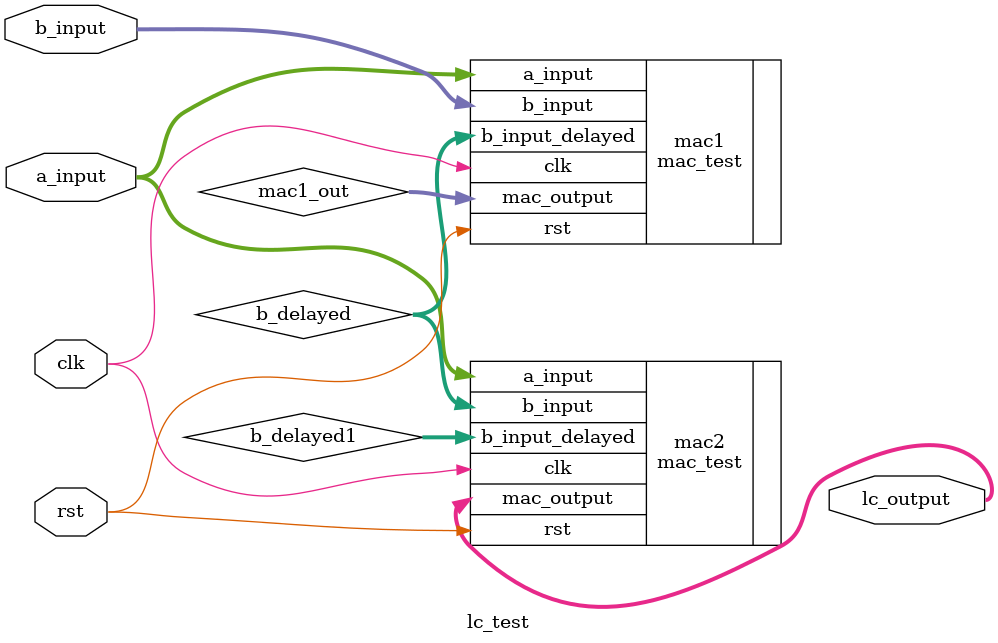
<source format=sv>
`timescale 1ns / 1ps


module lc_test(

    input logic clk,
    input logic rst,
    input int a_input,
    input int b_input,
    output int lc_output

    );
    
    // Intermediate signals
    int b_delayed;
    int b_delayed1;
    int mac1_out;
    
    mac_test mac1 (.clk(clk), .rst(rst), .a_input(a_input), .b_input(b_input),
                   .b_input_delayed(b_delayed), .mac_output(mac1_out));
    mac_test mac2 (.clk(clk), .rst(rst), .a_input(a_input), .b_input(b_delayed),
                   .b_input_delayed(b_delayed1), .mac_output(lc_output));
    
    
endmodule

</source>
